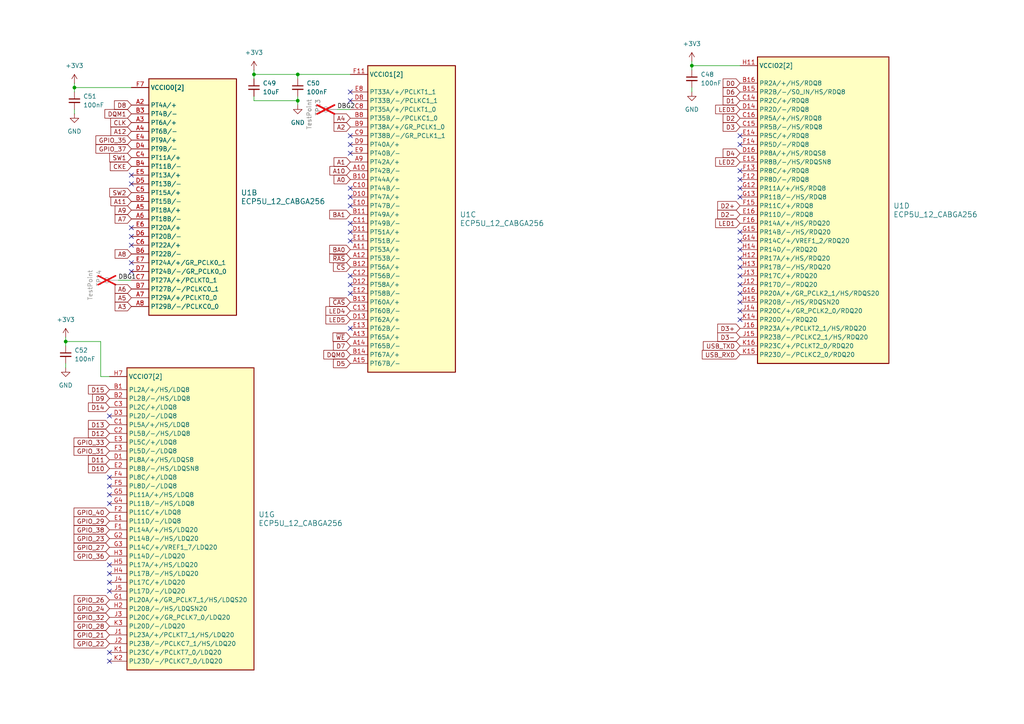
<source format=kicad_sch>
(kicad_sch (version 20250114) (generator "eeschema") (generator_version "9.0")
  (paper "A4")
  (title_block (title "Icepi zero") (date "2025-05-12") (rev "v1") (company "Chengyin Yao (cheyao)") (comment 1 "https://github.com/cheyao/icepi-zero"))
  (lib_symbols
    (symbol "Connector:TestPoint" (pin_numbers (hide yes)) (pin_names (offset 0.762) (hide yes))
      (property "Reference" "TP" (at 0 6.858 0))
      (property "Value" "TestPoint" (at 0 5.08 0))
      (symbol "TestPoint_0_1"
        (circle (center 0 3.302) (radius 0.762))
      )
      (symbol "TestPoint_1_1"
        (pin passive line (at 0 0 90) (length 2.54) (name "1") (number "1"))
      )
    )
    (symbol "Device:C_Small" (pin_numbers (hide yes)) (pin_names (offset 0.254) (hide yes))
      (property "Reference" "C" (at 0.254 1.778 0))
      (property "Value" "C_Small" (at 0.254 -2.032 0))
      (symbol "C_Small_0_1"
        (polyline (pts (xy -1.524 0.508) (xy 1.524 0.508)) (stroke (width 0.3048)))
        (polyline (pts (xy -1.524 -0.508) (xy 1.524 -0.508)) (stroke (width 0.3302)))
      )
      (symbol "C_Small_1_1"
        (pin passive line (at 0 2.54 270) (length 2.032) (name "~") (number "1"))
        (pin passive line (at 0 -2.54 90) (length 2.032) (name "~") (number "2"))
      )
    )
    (symbol "josh:ECP5U_12_CABGA256"
      (property "Reference" "U" (at -15.24 45.72 0))
      (property "Value" "ECP5U_12_CABGA256" (at 7.62 43.18 0))
      (symbol "ECP5U_12_CABGA256_1_1"
        (rectangle (start -7.62 7.62) (end 6.35 -7.62) (stroke (width 0.001)) (fill (type background)))
        (pin power_in line (at -12.7 5.08 0) (length 5.08) (name "VCC[6]") (number "G6"))
        (pin power_in line (at -12.7 5.08 0) (length 5.08) (name "VCC[6]") (number "G7"))
        (pin power_in line (at -12.7 5.08 0) (length 5.08) (name "VCC[6]") (number "G9"))
        (pin power_in line (at -12.7 5.08 0) (length 5.08) (name "VCC[6]") (number "L10"))
        (pin power_in line (at -12.7 5.08 0) (length 5.08) (name "VCC[6]") (number "L8"))
        (pin power_in line (at -12.7 5.08 0) (length 5.08) (name "VCC[6]") (number "L9"))
        (pin power_in line (at -12.7 2.54 0) (length 5.08) (name "VCCAUX[2]") (number "G11"))
        (pin power_in line (at -12.7 2.54 0) (length 5.08) (name "VCCAUX[2]") (number "L7"))
        (pin power_in line (at -12.7 -5.08 0) (length 5.08) (name "GND[27]") (number "A1"))
        (pin power_in line (at -12.7 -5.08 0) (length 5.08) (name "GND[27]") (number "A16"))
        (pin power_in line (at -12.7 -5.08 0) (length 5.08) (name "GND[27]") (number "D15"))
        (pin power_in line (at -12.7 -5.08 0) (length 5.08) (name "GND[27]") (number "D2"))
        (pin power_in line (at -12.7 -5.08 0) (length 5.08) (name "GND[27]") (number "F8"))
        (pin power_in line (at -12.7 -5.08 0) (length 5.08) (name "GND[27]") (number "F9"))
        (pin power_in line (at -12.7 -5.08 0) (length 5.08) (name "GND[27]") (number "G10"))
        (pin power_in line (at -12.7 -5.08 0) (length 5.08) (name "GND[27]") (number "G8"))
        (pin power_in line (at -12.7 -5.08 0) (length 5.08) (name "GND[27]") (number "H1"))
        (pin power_in line (at -12.7 -5.08 0) (length 5.08) (name "GND[27]") (number "H10"))
        (pin power_in line (at -12.7 -5.08 0) (length 5.08) (name "GND[27]") (number "H16"))
        (pin power_in line (at -12.7 -5.08 0) (length 5.08) (name "GND[27]") (number "H8"))
        (pin power_in line (at -12.7 -5.08 0) (length 5.08) (name "GND[27]") (number "H9"))
        (pin power_in line (at -12.7 -5.08 0) (length 5.08) (name "GND[27]") (number "J10"))
        (pin power_in line (at -12.7 -5.08 0) (length 5.08) (name "GND[27]") (number "J8"))
        (pin power_in line (at -12.7 -5.08 0) (length 5.08) (name "GND[27]") (number "J9"))
        (pin power_in line (at -12.7 -5.08 0) (length 5.08) (name "GND[27]") (number "K10"))
        (pin power_in line (at -12.7 -5.08 0) (length 5.08) (name "GND[27]") (number "K6"))
        (pin power_in line (at -12.7 -5.08 0) (length 5.08) (name "GND[27]") (number "K7"))
        (pin power_in line (at -12.7 -5.08 0) (length 5.08) (name "GND[27]") (number "K8"))
        (pin power_in line (at -12.7 -5.08 0) (length 5.08) (name "GND[27]") (number "K9"))
        (pin power_in line (at -12.7 -5.08 0) (length 5.08) (name "GND[27]") (number "N15"))
        (pin power_in line (at -12.7 -5.08 0) (length 5.08) (name "GND[27]") (number "N2"))
        (pin power_in line (at -12.7 -5.08 0) (length 5.08) (name "GND[27]") (number "T1"))
        (pin power_in line (at -12.7 -5.08 0) (length 5.08) (name "GND[27]") (number "T12"))
        (pin power_in line (at -12.7 -5.08 0) (length 5.08) (name "GND[27]") (number "T16"))
        (pin power_in line (at -12.7 -5.08 0) (length 5.08) (name "GND[27]") (number "T5"))
      )
      (symbol "ECP5U_12_CABGA256_2_1"
        (rectangle (start -16.51 40.64) (end 8.89 -27.94) (stroke (width 0.305)) (fill (type background)))
        (pin power_in line (at -21.59 38.1 0) (length 5.08) (name "VCCIO0[2]") (number "F6"))
        (pin power_in line (at -21.59 38.1 0) (length 5.08) (name "VCCIO0[2]") (number "F7"))
        (pin bidirectional line (at -21.59 33.02 0) (length 5.08) (name "PT4A/+") (number "A2"))
        (pin bidirectional line (at -21.59 30.48 0) (length 5.08) (name "PT4B/-") (number "B3"))
        (pin bidirectional line (at -21.59 27.94 0) (length 5.08) (name "PT6A/+") (number "A3"))
        (pin bidirectional line (at -21.59 25.4 0) (length 5.08) (name "PT6B/-") (number "A4"))
        (pin bidirectional line (at -21.59 22.86 0) (length 5.08) (name "PT9A/+") (number "E4"))
        (pin bidirectional line (at -21.59 20.32 0) (length 5.08) (name "PT9B/-") (number "D4"))
        (pin bidirectional line (at -21.59 17.78 0) (length 5.08) (name "PT11A/+") (number "C4"))
        (pin bidirectional line (at -21.59 15.24 0) (length 5.08) (name "PT11B/-") (number "B4"))
        (pin bidirectional line (at -21.59 12.7 0) (length 5.08) (name "PT13A/+") (number "E5"))
        (pin bidirectional line (at -21.59 10.16 0) (length 5.08) (name "PT13B/-") (number "D5"))
        (pin bidirectional line (at -21.59 7.62 0) (length 5.08) (name "PT15A/+") (number "C5"))
        (pin bidirectional line (at -21.59 5.08 0) (length 5.08) (name "PT15B/-") (number "B5"))
        (pin bidirectional line (at -21.59 2.54 0) (length 5.08) (name "PT18A/+") (number "A5"))
        (pin bidirectional line (at -21.59 0 0) (length 5.08) (name "PT18B/-") (number "A6"))
        (pin bidirectional line (at -21.59 -2.54 0) (length 5.08) (name "PT20A/+") (number "E6"))
        (pin bidirectional line (at -21.59 -5.08 0) (length 5.08) (name "PT20B/-") (number "D6"))
        (pin bidirectional line (at -21.59 -7.62 0) (length 5.08) (name "PT22A/+") (number "C6"))
        (pin bidirectional line (at -21.59 -10.16 0) (length 5.08) (name "PT22B/-") (number "B6"))
        (pin bidirectional line (at -21.59 -12.7 0) (length 5.08) (name "PT24A/+/GR_PCLK0_1") (number "E7"))
        (pin bidirectional line (at -21.59 -15.24 0) (length 5.08) (name "PT24B/-/GR_PCLK0_0") (number "D7"))
        (pin bidirectional line (at -21.59 -17.78 0) (length 5.08) (name "PT27A/+/PCLKT0_1") (number "C7"))
        (pin bidirectional line (at -21.59 -20.32 0) (length 5.08) (name "PT27B/-/PCLKC0_1") (number "B7"))
        (pin bidirectional line (at -21.59 -22.86 0) (length 5.08) (name "PT29A/+/PCLKT0_0") (number "A7"))
        (pin bidirectional line (at -21.59 -25.4 0) (length 5.08) (name "PT29B/-/PCLKC0_0") (number "A8"))
      )
      (symbol "ECP5U_12_CABGA256_3_1"
        (rectangle (start -16.51 40.64) (end 8.89 -48.26) (stroke (width 0.305)) (fill (type background)))
        (pin power_in line (at -21.59 38.1 0) (length 5.08) (name "VCCIO1[2]") (number "F10"))
        (pin power_in line (at -21.59 38.1 0) (length 5.08) (name "VCCIO1[2]") (number "F11"))
        (pin bidirectional line (at -21.59 33.02 0) (length 5.08) (name "PT33A/+/PCLKT1_1") (number "E8"))
        (pin bidirectional line (at -21.59 30.48 0) (length 5.08) (name "PT33B/-/PCLKC1_1") (number "D8"))
        (pin bidirectional line (at -21.59 27.94 0) (length 5.08) (name "PT35A/+/PCLKT1_0") (number "C8"))
        (pin bidirectional line (at -21.59 25.4 0) (length 5.08) (name "PT35B/-/PCLKC1_0") (number "B8"))
        (pin bidirectional line (at -21.59 22.86 0) (length 5.08) (name "PT38A/+/GR_PCLK1_0") (number "B9"))
        (pin bidirectional line (at -21.59 20.32 0) (length 5.08) (name "PT38B/-/GR_PCLK1_1") (number "C9"))
        (pin bidirectional line (at -21.59 17.78 0) (length 5.08) (name "PT40A/+") (number "D9"))
        (pin bidirectional line (at -21.59 15.24 0) (length 5.08) (name "PT40B/-") (number "E9"))
        (pin bidirectional line (at -21.59 12.7 0) (length 5.08) (name "PT42A/+") (number "A9"))
        (pin bidirectional line (at -21.59 10.16 0) (length 5.08) (name "PT42B/-") (number "A10"))
        (pin bidirectional line (at -21.59 7.62 0) (length 5.08) (name "PT44A/+") (number "B10"))
        (pin bidirectional line (at -21.59 5.08 0) (length 5.08) (name "PT44B/-") (number "C10"))
        (pin bidirectional line (at -21.59 2.54 0) (length 5.08) (name "PT47A/+") (number "D10"))
        (pin bidirectional line (at -21.59 0 0) (length 5.08) (name "PT47B/-") (number "E10"))
        (pin bidirectional line (at -21.59 -2.54 0) (length 5.08) (name "PT49A/+") (number "B11"))
        (pin bidirectional line (at -21.59 -5.08 0) (length 5.08) (name "PT49B/-") (number "C11"))
        (pin bidirectional line (at -21.59 -7.62 0) (length 5.08) (name "PT51A/+") (number "D11"))
        (pin bidirectional line (at -21.59 -10.16 0) (length 5.08) (name "PT51B/-") (number "E11"))
        (pin bidirectional line (at -21.59 -12.7 0) (length 5.08) (name "PT53A/+") (number "A11"))
        (pin bidirectional line (at -21.59 -15.24 0) (length 5.08) (name "PT53B/-") (number "A12"))
        (pin bidirectional line (at -21.59 -17.78 0) (length 5.08) (name "PT56A/+") (number "B12"))
        (pin bidirectional line (at -21.59 -20.32 0) (length 5.08) (name "PT56B/-") (number "C12"))
        (pin bidirectional line (at -21.59 -22.86 0) (length 5.08) (name "PT58A/+") (number "D12"))
        (pin bidirectional line (at -21.59 -25.4 0) (length 5.08) (name "PT58B/-") (number "E12"))
        (pin bidirectional line (at -21.59 -27.94 0) (length 5.08) (name "PT60A/+") (number "B13"))
        (pin bidirectional line (at -21.59 -30.48 0) (length 5.08) (name "PT60B/-") (number "C13"))
        (pin bidirectional line (at -21.59 -33.02 0) (length 5.08) (name "PT62A/+") (number "D13"))
        (pin bidirectional line (at -21.59 -35.56 0) (length 5.08) (name "PT62B/-") (number "E13"))
        (pin bidirectional line (at -21.59 -38.1 0) (length 5.08) (name "PT65A/+") (number "A13"))
        (pin bidirectional line (at -21.59 -40.64 0) (length 5.08) (name "PT65B/-") (number "A14"))
        (pin bidirectional line (at -21.59 -43.18 0) (length 5.08) (name "PT67A/+") (number "B14"))
        (pin bidirectional line (at -21.59 -45.72 0) (length 5.08) (name "PT67B/-") (number "A15"))
      )
      (symbol "ECP5U_12_CABGA256_4_1"
        (rectangle (start -16.51 40.64) (end 21.59 -48.26) (stroke (width 0.305)) (fill (type background)))
        (pin power_in line (at -21.59 38.1 0) (length 5.08) (name "VCCIO2[2]") (number "H11"))
        (pin power_in line (at -21.59 38.1 0) (length 5.08) (name "VCCIO2[2]") (number "J11"))
        (pin bidirectional line (at -21.59 33.02 0) (length 5.08) (name "PR2A/+/HS/RDQ8") (number "B16"))
        (pin bidirectional line (at -21.59 30.48 0) (length 5.08) (name "PR2B/-/S0_IN/HS/RDQ8") (number "B15"))
        (pin bidirectional line (at -21.59 27.94 0) (length 5.08) (name "PR2C/+/RDQ8") (number "C14"))
        (pin bidirectional line (at -21.59 25.4 0) (length 5.08) (name "PR2D/-/RDQ8") (number "D14"))
        (pin bidirectional line (at -21.59 22.86 0) (length 5.08) (name "PR5A/+/HS/RDQ8") (number "C16"))
        (pin bidirectional line (at -21.59 20.32 0) (length 5.08) (name "PR5B/-/HS/RDQ8") (number "C15"))
        (pin bidirectional line (at -21.59 17.78 0) (length 5.08) (name "PR5C/+/RDQ8") (number "E14"))
        (pin bidirectional line (at -21.59 15.24 0) (length 5.08) (name "PR5D/-/RDQ8") (number "F14"))
        (pin bidirectional line (at -21.59 12.7 0) (length 5.08) (name "PR8A/+/HS/RDQS8") (number "D16"))
        (pin bidirectional line (at -21.59 10.16 0) (length 5.08) (name "PR8B/-/HS/RDQSN8") (number "E15"))
        (pin bidirectional line (at -21.59 7.62 0) (length 5.08) (name "PR8C/+/RDQ8") (number "F13"))
        (pin bidirectional line (at -21.59 5.08 0) (length 5.08) (name "PR8D/-/RDQ8") (number "F12"))
        (pin bidirectional line (at -21.59 2.54 0) (length 5.08) (name "PR11A/+/HS/RDQ8") (number "G12"))
        (pin bidirectional line (at -21.59 0 0) (length 5.08) (name "PR11B/-/HS/RDQ8") (number "G13"))
        (pin bidirectional line (at -21.59 -2.54 0) (length 5.08) (name "PR11C/+/RDQ8") (number "F15"))
        (pin bidirectional line (at -21.59 -5.08 0) (length 5.08) (name "PR11D/-/RDQ8") (number "E16"))
        (pin bidirectional line (at -21.59 -7.62 0) (length 5.08) (name "PR14A/+/HS/RDQ20") (number "F16"))
        (pin bidirectional line (at -21.59 -10.16 0) (length 5.08) (name "PR14B/-/HS/RDQ20") (number "G15"))
        (pin bidirectional line (at -21.59 -12.7 0) (length 5.08) (name "PR14C/+/VREF1_2/RDQ20") (number "G14"))
        (pin bidirectional line (at -21.59 -15.24 0) (length 5.08) (name "PR14D/-/RDQ20") (number "H14"))
        (pin bidirectional line (at -21.59 -17.78 0) (length 5.08) (name "PR17A/+/HS/RDQ20") (number "H12"))
        (pin bidirectional line (at -21.59 -20.32 0) (length 5.08) (name "PR17B/-/HS/RDQ20") (number "H13"))
        (pin bidirectional line (at -21.59 -22.86 0) (length 5.08) (name "PR17C/+/RDQ20") (number "J13"))
        (pin bidirectional line (at -21.59 -25.4 0) (length 5.08) (name "PR17D/-/RDQ20") (number "J12"))
        (pin bidirectional line (at -21.59 -27.94 0) (length 5.08) (name "PR20A/+/GR_PCLK2_1/HS/RDQS20") (number "G16"))
        (pin bidirectional line (at -21.59 -30.48 0) (length 5.08) (name "PR20B/-/HS/RDQSN20") (number "H15"))
        (pin bidirectional line (at -21.59 -33.02 0) (length 5.08) (name "PR20C/+/GR_PCLK2_0/RDQ20") (number "J14"))
        (pin bidirectional line (at -21.59 -35.56 0) (length 5.08) (name "PR20D/-/RDQ20") (number "K14"))
        (pin bidirectional line (at -21.59 -38.1 0) (length 5.08) (name "PR23A/+/PCLKT2_1/HS/RDQ20") (number "J16"))
        (pin bidirectional line (at -21.59 -40.64 0) (length 5.08) (name "PR23B/-/PCLKC2_1/HS/RDQ20") (number "J15"))
        (pin bidirectional line (at -21.59 -43.18 0) (length 5.08) (name "PR23C/+/PCLKT2_0/RDQ20") (number "K16"))
        (pin bidirectional line (at -21.59 -45.72 0) (length 5.08) (name "PR23D/-/PCLKC2_0/RDQ20") (number "K15"))
      )
      (symbol "ECP5U_12_CABGA256_5_1"
        (rectangle (start -16.51 40.64) (end 19.05 -48.26) (stroke (width 0.305)) (fill (type background)))
        (pin power_in line (at -21.59 38.1 0) (length 5.08) (name "VCCIO3[2]") (number "K11"))
        (pin power_in line (at -21.59 38.1 0) (length 5.08) (name "VCCIO3[2]") (number "L11"))
        (pin bidirectional line (at -21.59 33.02 0) (length 5.08) (name "PR26A/+/PCLKT3_1/HS/RDQ32") (number "L16"))
        (pin bidirectional line (at -21.59 30.48 0) (length 5.08) (name "PR26B/-/PCLKC3_1/HS/RDQ32") (number "L15"))
        (pin bidirectional line (at -21.59 27.94 0) (length 5.08) (name "PR26C/+/PCLKT3_0/RDQ32") (number "M16"))
        (pin bidirectional line (at -21.59 25.4 0) (length 5.08) (name "PR26D/-/PCLKC3_0/RDQ32") (number "M15"))
        (pin bidirectional line (at -21.59 22.86 0) (length 5.08) (name "PR29A/+/GR_PCLK3_0/HS/RDQ32") (number "K13"))
        (pin bidirectional line (at -21.59 20.32 0) (length 5.08) (name "PR29B/-/HS/RDQ32") (number "K12"))
        (pin bidirectional line (at -21.59 17.78 0) (length 5.08) (name "PR29C/+/GR_PCLK3_1/RDQ32") (number "L13"))
        (pin bidirectional line (at -21.59 15.24 0) (length 5.08) (name "PR29D/-/RDQ32") (number "L12"))
        (pin bidirectional line (at -21.59 12.7 0) (length 5.08) (name "PR32A/+/HS/RDQS32") (number "N16"))
        (pin bidirectional line (at -21.59 10.16 0) (length 5.08) (name "PR32B/-/HS/RDQSN32") (number "P15"))
        (pin bidirectional line (at -21.59 7.62 0) (length 5.08) (name "PR32C/+/RDQ32") (number "L14"))
        (pin bidirectional line (at -21.59 5.08 0) (length 5.08) (name "PR32D/-/RDQ32") (number "M14"))
        (pin bidirectional line (at -21.59 2.54 0) (length 5.08) (name "PR35A/+/HS/RDQ32") (number "P16"))
        (pin bidirectional line (at -21.59 0 0) (length 5.08) (name "PR35B/-/VREF1_3/HS/RDQ32") (number "R16"))
        (pin bidirectional line (at -21.59 -2.54 0) (length 5.08) (name "PR35C/+/RDQ32") (number "M13"))
        (pin bidirectional line (at -21.59 -5.08 0) (length 5.08) (name "PR35D/-/RDQ32") (number "N14"))
        (pin bidirectional line (at -21.59 -7.62 0) (length 5.08) (name "PR38A/+/HS/RDQ44") (number "N13"))
        (pin bidirectional line (at -21.59 -10.16 0) (length 5.08) (name "PR38B/-/HS/RDQ44") (number "P14"))
        (pin bidirectional line (at -21.59 -12.7 0) (length 5.08) (name "PR38C/+/RDQ44") (number "R15"))
        (pin bidirectional line (at -21.59 -15.24 0) (length 5.08) (name "PR38D/-/RDQ44") (number "T15"))
        (pin bidirectional line (at -21.59 -17.78 0) (length 5.08) (name "PR41A/+/HS/RDQ44") (number "P13"))
        (pin bidirectional line (at -21.59 -20.32 0) (length 5.08) (name "PR41B/-/HS/RDQ44") (number "R14"))
        (pin bidirectional line (at -21.59 -22.86 0) (length 5.08) (name "PR41C/+/RDQ44") (number "R13"))
        (pin bidirectional line (at -21.59 -25.4 0) (length 5.08) (name "PR41D/-/RDQ44") (number "T14"))
        (pin bidirectional line (at -21.59 -27.94 0) (length 5.08) (name "PR44A/+/HS/RDQS44") (number "R12"))
        (pin bidirectional line (at -21.59 -30.48 0) (length 5.08) (name "PR44B/-/HS/RDQSN44") (number "T13"))
        (pin bidirectional line (at -21.59 -33.02 0) (length 5.08) (name "PR44C/+/RDQ44") (number "M12"))
        (pin bidirectional line (at -21.59 -35.56 0) (length 5.08) (name "PR44D/-/RDQ44") (number "N12"))
        (pin bidirectional line (at -21.59 -38.1 0) (length 5.08) (name "PR47A/+/HS/RDQ44") (number "M11"))
        (pin bidirectional line (at -21.59 -40.64 0) (length 5.08) (name "PR47B/-/HS/RDQ44") (number "N11"))
        (pin bidirectional line (at -21.59 -43.18 0) (length 5.08) (name "PR47C/+/LRC_GPLL0T_IN/RDQ44") (number "P11"))
        (pin bidirectional line (at -21.59 -45.72 0) (length 5.08) (name "PR47D/-/LRC_GPLL0C_IN/RDQ44") (number "P12"))
      )
      (symbol "ECP5U_12_CABGA256_6_1"
        (rectangle (start -16.51 40.64) (end 19.05 -48.26) (stroke (width 0.305)) (fill (type background)))
        (pin power_in line (at -21.59 38.1 0) (length 5.08) (name "VCCIO6[2]") (number "J6"))
        (pin power_in line (at -21.59 38.1 0) (length 5.08) (name "VCCIO6[2]") (number "J7"))
        (pin bidirectional line (at -21.59 33.02 0) (length 5.08) (name "PL26A/+/PCLKT6_1/HS/LDQ32") (number "L1"))
        (pin bidirectional line (at -21.59 30.48 0) (length 5.08) (name "PL26B/-/PCLKC6_1/HS/LDQ32") (number "L2"))
        (pin bidirectional line (at -21.59 27.94 0) (length 5.08) (name "PL26C/+/PCLKT6_0/LDQ32") (number "M1"))
        (pin bidirectional line (at -21.59 25.4 0) (length 5.08) (name "PL26D/-/PCLKC6_0/LDQ32") (number "M2"))
        (pin bidirectional line (at -21.59 22.86 0) (length 5.08) (name "PL29A/+/GR_PCLK6_0/HS/LDQ32") (number "K4"))
        (pin bidirectional line (at -21.59 20.32 0) (length 5.08) (name "PL29B/-/HS/LDQ32") (number "K5"))
        (pin bidirectional line (at -21.59 17.78 0) (length 5.08) (name "PL29C/+/GR_PCLK6_1/LDQ32") (number "L4"))
        (pin bidirectional line (at -21.59 15.24 0) (length 5.08) (name "PL29D/-/LDQ32") (number "L5"))
        (pin bidirectional line (at -21.59 12.7 0) (length 5.08) (name "PL32A/+/HS/LDQS32") (number "N1"))
        (pin bidirectional line (at -21.59 10.16 0) (length 5.08) (name "PL32B/-/HS/LDQSN32") (number "P2"))
        (pin bidirectional line (at -21.59 7.62 0) (length 5.08) (name "PL32C/+/LDQ32") (number "L3"))
        (pin bidirectional line (at -21.59 5.08 0) (length 5.08) (name "PL32D/-/LDQ32") (number "M3"))
        (pin bidirectional line (at -21.59 2.54 0) (length 5.08) (name "PL35A/+/HS/LDQ32") (number "P1"))
        (pin bidirectional line (at -21.59 0 0) (length 5.08) (name "PL35B/-/VREF1_6/HS/LDQ32") (number "R1"))
        (pin bidirectional line (at -21.59 -2.54 0) (length 5.08) (name "PL35C/+/LDQ32") (number "M4"))
        (pin bidirectional line (at -21.59 -5.08 0) (length 5.08) (name "PL35D/-/LDQ32") (number "N3"))
        (pin bidirectional line (at -21.59 -7.62 0) (length 5.08) (name "PL38A/+/HS/LDQ44") (number "N4"))
        (pin bidirectional line (at -21.59 -10.16 0) (length 5.08) (name "PL38B/-/HS/LDQ44") (number "P3"))
        (pin bidirectional line (at -21.59 -12.7 0) (length 5.08) (name "PL38C/+/LDQ44") (number "R2"))
        (pin bidirectional line (at -21.59 -15.24 0) (length 5.08) (name "PL38D/-/LDQ44") (number "T2"))
        (pin bidirectional line (at -21.59 -17.78 0) (length 5.08) (name "PL41A/+/HS/LDQ44") (number "P4"))
        (pin bidirectional line (at -21.59 -20.32 0) (length 5.08) (name "PL41B/-/HS/LDQ44") (number "R3"))
        (pin bidirectional line (at -21.59 -22.86 0) (length 5.08) (name "PL41C/+/LDQ44") (number "R4"))
        (pin bidirectional line (at -21.59 -25.4 0) (length 5.08) (name "PL41D/-/LDQ44") (number "T3"))
        (pin bidirectional line (at -21.59 -27.94 0) (length 5.08) (name "PL44A/+/HS/LDQS44") (number "R5"))
        (pin bidirectional line (at -21.59 -30.48 0) (length 5.08) (name "PL44B/-/HS/LDQSN44") (number "T4"))
        (pin bidirectional line (at -21.59 -33.02 0) (length 5.08) (name "PL44C/+/LDQ44") (number "M5"))
        (pin bidirectional line (at -21.59 -35.56 0) (length 5.08) (name "PL44D/-/LDQ44") (number "N5"))
        (pin bidirectional line (at -21.59 -38.1 0) (length 5.08) (name "PL47A/+/HS/LDQ44") (number "M6"))
        (pin bidirectional line (at -21.59 -40.64 0) (length 5.08) (name "PL47B/-/HS/LDQ44") (number "N6"))
        (pin bidirectional line (at -21.59 -43.18 0) (length 5.08) (name "PL47C/+/LLC_GPLL0T_IN/LDQ44") (number "P6"))
        (pin bidirectional line (at -21.59 -45.72 0) (length 5.08) (name "PL47D/-/LLC_GPLL0C_IN/LDQ44") (number "P5"))
      )
      (symbol "ECP5U_12_CABGA256_7_1"
        (rectangle (start -16.51 40.64) (end 20.32 -46.99) (stroke (width 0.305)) (fill (type background)))
        (pin power_in line (at -21.59 38.1 0) (length 5.08) (name "VCCIO7[2]") (number "H6"))
        (pin power_in line (at -21.59 38.1 0) (length 5.08) (name "VCCIO7[2]") (number "H7"))
        (pin bidirectional line (at -21.59 34.29 0) (length 5.08) (name "PL2A/+/HS/LDQ8") (number "B1"))
        (pin bidirectional line (at -21.59 31.75 0) (length 5.08) (name "PL2B/-/HS/LDQ8") (number "B2"))
        (pin bidirectional line (at -21.59 29.21 0) (length 5.08) (name "PL2C/+/LDQ8") (number "C3"))
        (pin bidirectional line (at -21.59 26.67 0) (length 5.08) (name "PL2D/-/LDQ8") (number "D3"))
        (pin bidirectional line (at -21.59 24.13 0) (length 5.08) (name "PL5A/+/HS/LDQ8") (number "C1"))
        (pin bidirectional line (at -21.59 21.59 0) (length 5.08) (name "PL5B/-/HS/LDQ8") (number "C2"))
        (pin bidirectional line (at -21.59 19.05 0) (length 5.08) (name "PL5C/+/LDQ8") (number "E3"))
        (pin bidirectional line (at -21.59 16.51 0) (length 5.08) (name "PL5D/-/LDQ8") (number "F3"))
        (pin bidirectional line (at -21.59 13.97 0) (length 5.08) (name "PL8A/+/HS/LDQS8") (number "D1"))
        (pin bidirectional line (at -21.59 11.43 0) (length 5.08) (name "PL8B/-/HS/LDQSN8") (number "E2"))
        (pin bidirectional line (at -21.59 8.89 0) (length 5.08) (name "PL8C/+/LDQ8") (number "F4"))
        (pin bidirectional line (at -21.59 6.35 0) (length 5.08) (name "PL8D/-/LDQ8") (number "F5"))
        (pin bidirectional line (at -21.59 3.81 0) (length 5.08) (name "PL11A/+/HS/LDQ8") (number "G5"))
        (pin bidirectional line (at -21.59 1.27 0) (length 5.08) (name "PL11B/-/HS/LDQ8") (number "G4"))
        (pin bidirectional line (at -21.59 -1.27 0) (length 5.08) (name "PL11C/+/LDQ8") (number "F2"))
        (pin bidirectional line (at -21.59 -3.81 0) (length 5.08) (name "PL11D/-/LDQ8") (number "E1"))
        (pin bidirectional line (at -21.59 -6.35 0) (length 5.08) (name "PL14A/+/HS/LDQ20") (number "F1"))
        (pin bidirectional line (at -21.59 -8.89 0) (length 5.08) (name "PL14B/-/HS/LDQ20") (number "G2"))
        (pin bidirectional line (at -21.59 -11.43 0) (length 5.08) (name "PL14C/+/VREF1_7/LDQ20") (number "G3"))
        (pin bidirectional line (at -21.59 -13.97 0) (length 5.08) (name "PL14D/-/LDQ20") (number "H3"))
        (pin bidirectional line (at -21.59 -16.51 0) (length 5.08) (name "PL17A/+/HS/LDQ20") (number "H5"))
        (pin bidirectional line (at -21.59 -19.05 0) (length 5.08) (name "PL17B/-/HS/LDQ20") (number "H4"))
        (pin bidirectional line (at -21.59 -21.59 0) (length 5.08) (name "PL17C/+/LDQ20") (number "J4"))
        (pin bidirectional line (at -21.59 -24.13 0) (length 5.08) (name "PL17D/-/LDQ20") (number "J5"))
        (pin bidirectional line (at -21.59 -26.67 0) (length 5.08) (name "PL20A/+/GR_PCLK7_1/HS/LDQS20") (number "G1"))
        (pin bidirectional line (at -21.59 -29.21 0) (length 5.08) (name "PL20B/-/HS/LDQSN20") (number "H2"))
        (pin bidirectional line (at -21.59 -31.75 0) (length 5.08) (name "PL20C/+/GR_PCLK7_0/LDQ20") (number "J3"))
        (pin bidirectional line (at -21.59 -34.29 0) (length 5.08) (name "PL20D/-/LDQ20") (number "K3"))
        (pin bidirectional line (at -21.59 -36.83 0) (length 5.08) (name "PL23A/+/PCLKT7_1/HS/LDQ20") (number "J1"))
        (pin bidirectional line (at -21.59 -39.37 0) (length 5.08) (name "PL23B/-/PCLKC7_1/HS/LDQ20") (number "J2"))
        (pin bidirectional line (at -21.59 -41.91 0) (length 5.08) (name "PL23C/+/PCLKT7_0/LDQ20") (number "K1"))
        (pin bidirectional line (at -21.59 -44.45 0) (length 5.08) (name "PL23D/-/PCLKC7_0/LDQ20") (number "K2"))
      )
      (symbol "ECP5U_12_CABGA256_8_1"
        (rectangle (start -16.51 40.64) (end 25.4 -17.78) (stroke (width 0.305)) (fill (type background)))
        (pin power_in line (at -21.59 38.1 0) (length 5.08) (name "VCCIO8") (number "L6"))
        (pin bidirectional line (at -21.59 33.02 0) (length 5.08) (name "CCLK/MCLK/SCK") (number "N9"))
        (pin bidirectional line (at -21.59 30.48 0) (length 5.08) (name "CFG_0") (number "N10"))
        (pin bidirectional line (at -21.59 27.94 0) (length 5.08) (name "CFG_1") (number "P10"))
        (pin bidirectional line (at -21.59 25.4 0) (length 5.08) (name "CFG_2") (number "R10"))
        (pin bidirectional line (at -21.59 22.86 0) (length 5.08) (name "DONE") (number "P9"))
        (pin bidirectional line (at -21.59 20.32 0) (length 5.08) (name "INITN") (number "T9"))
        (pin bidirectional line (at -21.59 17.78 0) (length 5.08) (name "PB4A/+/D7/IO7") (number "T6"))
        (pin bidirectional line (at -21.59 15.24 0) (length 5.08) (name "PB4B/-/D6/IO6") (number "R6"))
        (pin bidirectional line (at -21.59 12.7 0) (length 5.08) (name "PB6A/+/D5/MISO2/IO5") (number "R7"))
        (pin bidirectional line (at -21.59 10.16 0) (length 5.08) (name "PB6B/-/D4/MOSI2/IO4") (number "P7"))
        (pin bidirectional line (at -21.59 7.62 0) (length 5.08) (name "PB9A/+/D3/IO3") (number "N7"))
        (pin bidirectional line (at -21.59 5.08 0) (length 5.08) (name "PB9B/-/D2/IO2") (number "M7"))
        (pin bidirectional line (at -21.59 2.54 0) (length 5.08) (name "PB11A/+/D1/MISO/IO1") (number "T7"))
        (pin bidirectional line (at -21.59 0 0) (length 5.08) (name "PB11B/-/D0/MOSI/IO0") (number "T8"))
        (pin bidirectional line (at -21.59 -2.54 0) (length 5.08) (name "PB13A/+/SN/CSN") (number "R8"))
        (pin bidirectional line (at -21.59 -5.08 0) (length 5.08) (name "PB13B/-/CS1N") (number "P8"))
        (pin bidirectional line (at -21.59 -7.62 0) (length 5.08) (name "PB15A/+/HOLDN/DI/BUSY/CSSPIN/CEN") (number "N8"))
        (pin bidirectional line (at -21.59 -10.16 0) (length 5.08) (name "PB15B/-/DOUT/CSON") (number "M8"))
        (pin bidirectional line (at -21.59 -12.7 0) (length 5.08) (name "PB18A/WRITEN") (number "M9"))
        (pin bidirectional line (at -21.59 -15.24 0) (length 5.08) (name "PROGRAMN") (number "R9"))
      )
      (symbol "ECP5U_12_CABGA256_9_1"
        (rectangle (start -2.54 6.35) (end 5.08 -6.35) (stroke (width 0.305)) (fill (type background)))
        (pin bidirectional line (at -7.62 3.81 0) (length 5.08) (name "TCK") (number "T10"))
        (pin bidirectional line (at -7.62 1.27 0) (length 5.08) (name "TDI") (number "R11"))
        (pin bidirectional line (at -7.62 -1.27 0) (length 5.08) (name "TDO") (number "M10"))
        (pin bidirectional line (at -7.62 -3.81 0) (length 5.08) (name "TMS") (number "T11"))
      )
    )
    (symbol "power:+3V3" (power) (pin_numbers (hide yes)) (pin_names (offset 0) (hide yes))
      (property "Value" "+3V3" (at 0 3.556 0))
      (symbol "+3V3_0_1"
        (polyline (pts (xy -0.762 1.27) (xy 0 2.54)))
        (polyline (pts (xy 0 2.54) (xy 0.762 1.27)))
        (polyline (pts (xy 0 0) (xy 0 2.54)))
      )
      (symbol "+3V3_1_1"
        (pin power_in line (at 0 0 90) (length 0) (name "~") (number "1"))
      )
    )
    (symbol "power:GND" (power) (pin_numbers (hide yes)) (pin_names (offset 0) (hide yes))
      (property "Value" "GND" (at 0 -3.81 0))
      (symbol "GND_0_1"
        (polyline (pts (xy 0 0) (xy 0 -1.27) (xy 1.27 -1.27) (xy 0 -2.54) (xy -1.27 -1.27) (xy 0 -1.27)))
      )
      (symbol "GND_1_1"
        (pin power_in line (at 0 0 270) (length 0) (name "~") (number "1"))
      )
    )
  )
  (junction (at 21.59 25.4))
  (junction (at 86.36 21.59))
  (junction (at 200.66 19.05))
  (junction (at 19.05 99.06))
  (junction (at 73.66 21.59))
  (junction (at 86.36 29.21))
  (no_connect (at 31.75 189.23))
  (no_connect (at 214.63 52.07))
  (no_connect (at 101.6 57.15))
  (no_connect (at 31.75 146.05))
  (no_connect (at 214.63 49.53))
  (no_connect (at 101.6 69.85))
  (no_connect (at 214.63 41.91))
  (no_connect (at 31.75 138.43))
  (no_connect (at 101.6 82.55))
  (no_connect (at 101.6 67.31))
  (no_connect (at 38.1 66.04))
  (no_connect (at 214.63 82.55))
  (no_connect (at 214.63 54.61))
  (no_connect (at 31.75 171.45))
  (no_connect (at 101.6 80.01))
  (no_connect (at 214.63 67.31))
  (no_connect (at 214.63 85.09))
  (no_connect (at 31.75 163.83))
  (no_connect (at 214.63 77.47))
  (no_connect (at 38.1 50.8))
  (no_connect (at 101.6 59.69))
  (no_connect (at 101.6 95.25))
  (no_connect (at 31.75 140.97))
  (no_connect (at 101.6 29.21))
  (no_connect (at 101.6 26.67))
  (no_connect (at 31.75 191.77))
  (no_connect (at 214.63 80.01))
  (no_connect (at 101.6 44.45))
  (no_connect (at 214.63 57.15))
  (no_connect (at 101.6 85.09))
  (no_connect (at 31.75 166.37))
  (no_connect (at 101.6 54.61))
  (no_connect (at 38.1 53.34))
  (no_connect (at 101.6 64.77))
  (no_connect (at 214.63 74.93))
  (no_connect (at 38.1 68.58))
  (no_connect (at 31.75 120.65))
  (no_connect (at 38.1 71.12))
  (no_connect (at 214.63 39.37))
  (no_connect (at 101.6 39.37))
  (no_connect (at 38.1 76.2))
  (no_connect (at 214.63 87.63))
  (no_connect (at 38.1 78.74))
  (no_connect (at 101.6 41.91))
  (no_connect (at 214.63 92.71))
  (no_connect (at 31.75 168.91))
  (no_connect (at 214.63 69.85))
  (no_connect (at 214.63 72.39))
  (no_connect (at 31.75 143.51))
  (no_connect (at 214.63 90.17))
  (wire (pts (xy 86.36 30.48) (xy 86.36 29.21)))
  (wire (pts (xy 19.05 97.79) (xy 19.05 99.06)))
  (wire (pts (xy 200.66 25.4) (xy 200.66 26.67)))
  (wire (pts (xy 73.66 21.59) (xy 86.36 21.59)))
  (wire (pts (xy 200.66 19.05) (xy 200.66 20.32)))
  (wire (pts (xy 73.66 21.59) (xy 73.66 22.86)))
  (wire (pts (xy 29.21 109.22) (xy 31.75 109.22)))
  (wire (pts (xy 19.05 106.68) (xy 19.05 105.41)))
  (wire (pts (xy 73.66 29.21) (xy 86.36 29.21)))
  (wire (pts (xy 21.59 25.4) (xy 38.1 25.4)))
  (wire (pts (xy 19.05 99.06) (xy 29.21 99.06)))
  (wire (pts (xy 29.21 99.06) (xy 29.21 109.22)))
  (wire (pts (xy 86.36 21.59) (xy 101.6 21.59)))
  (wire (pts (xy 73.66 20.32) (xy 73.66 21.59)))
  (wire (pts (xy 200.66 17.78) (xy 200.66 19.05)))
  (wire (pts (xy 73.66 29.21) (xy 73.66 27.94)))
  (wire (pts (xy 86.36 21.59) (xy 86.36 22.86)))
  (wire (pts (xy 21.59 25.4) (xy 21.59 26.67)))
  (wire (pts (xy 200.66 19.05) (xy 214.63 19.05)))
  (wire (pts (xy 21.59 24.13) (xy 21.59 25.4)))
  (wire (pts (xy 97.79 31.75) (xy 101.6 31.75)))
  (wire (pts (xy 21.59 31.75) (xy 21.59 33.02)))
  (wire (pts (xy 86.36 27.94) (xy 86.36 29.21)))
  (wire (pts (xy 34.29 81.28) (xy 38.1 81.28)))
  (wire (pts (xy 19.05 99.06) (xy 19.05 100.33)))
  (label "DBG1" (at 34.29 81.28 0))
  (label "DBG2" (at 97.79 31.75 0))
  (global_label "GPIO_22" (shape input) (at 31.75 186.69 180) (property "Intersheetrefs" "${INTERSHEET_REFS}" (effects (hide yes))))
  (global_label "GPIO_28" (shape input) (at 31.75 181.61 180) (property "Intersheetrefs" "${INTERSHEET_REFS}" (effects (hide yes))))
  (global_label "A3" (shape input) (at 38.1 88.9 180) (property "Intersheetrefs" "${INTERSHEET_REFS}" (effects (hide yes))))
  (global_label "A2" (shape input) (at 101.6 36.83 180) (property "Intersheetrefs" "${INTERSHEET_REFS}" (effects (hide yes))))
  (global_label "D12" (shape input) (at 31.75 125.73 180) (property "Intersheetrefs" "${INTERSHEET_REFS}" (effects (hide yes))))
  (global_label "D5" (shape input) (at 101.6 105.41 180) (property "Intersheetrefs" "${INTERSHEET_REFS}" (effects (hide yes))))
  (global_label "A11" (shape input) (at 38.1 58.42 180) (property "Intersheetrefs" "${INTERSHEET_REFS}" (effects (hide yes))))
  (global_label "GPIO_31" (shape input) (at 31.75 130.81 180) (property "Intersheetrefs" "${INTERSHEET_REFS}" (effects (hide yes))))
  (global_label "GPIO_36" (shape input) (at 31.75 161.29 180) (property "Intersheetrefs" "${INTERSHEET_REFS}" (effects (hide yes))))
  (global_label "GPIO_37" (shape input) (at 38.1 43.18 180) (property "Intersheetrefs" "${INTERSHEET_REFS}" (effects (hide yes))))
  (global_label "GPIO_23" (shape input) (at 31.75 156.21 180) (property "Intersheetrefs" "${INTERSHEET_REFS}" (effects (hide yes))))
  (global_label "GPIO_33" (shape input) (at 31.75 128.27 180) (property "Intersheetrefs" "${INTERSHEET_REFS}" (effects (hide yes))))
  (global_label "USB_TXD" (shape input) (at 214.63 100.33 180) (property "Intersheetrefs" "${INTERSHEET_REFS}" (effects (hide yes))))
  (global_label "D6" (shape input) (at 214.63 26.67 180) (property "Intersheetrefs" "${INTERSHEET_REFS}" (effects (hide yes))))
  (global_label "A6" (shape input) (at 38.1 83.82 180) (property "Intersheetrefs" "${INTERSHEET_REFS}" (effects (hide yes))))
  (global_label "D3+" (shape input) (at 214.63 95.25 180) (property "Intersheetrefs" "${INTERSHEET_REFS}" (effects (hide yes))))
  (global_label "D13" (shape input) (at 31.75 123.19 180) (property "Intersheetrefs" "${INTERSHEET_REFS}" (effects (hide yes))))
  (global_label "A12" (shape input) (at 38.1 38.1 180) (property "Intersheetrefs" "${INTERSHEET_REFS}" (effects (hide yes))))
  (global_label "D8" (shape input) (at 38.1 30.48 180) (property "Intersheetrefs" "${INTERSHEET_REFS}" (effects (hide yes))))
  (global_label "D10" (shape input) (at 31.75 135.89 180) (property "Intersheetrefs" "${INTERSHEET_REFS}" (effects (hide yes))))
  (global_label "A9" (shape input) (at 38.1 60.96 180) (property "Intersheetrefs" "${INTERSHEET_REFS}" (effects (hide yes))))
  (global_label "GPIO_29" (shape input) (at 31.75 151.13 180) (property "Intersheetrefs" "${INTERSHEET_REFS}" (effects (hide yes))))
  (global_label "A8" (shape input) (at 38.1 73.66 180) (property "Intersheetrefs" "${INTERSHEET_REFS}" (effects (hide yes))))
  (global_label "A10" (shape input) (at 101.6 49.53 180) (property "Intersheetrefs" "${INTERSHEET_REFS}" (effects (hide yes))))
  (global_label "DQM0" (shape input) (at 101.6 102.87 180) (property "Intersheetrefs" "${INTERSHEET_REFS}" (effects (hide yes))))
  (global_label "GPIO_35" (shape input) (at 38.1 40.64 180) (property "Intersheetrefs" "${INTERSHEET_REFS}" (effects (hide yes))))
  (global_label "GPIO_24" (shape input) (at 31.75 176.53 180) (property "Intersheetrefs" "${INTERSHEET_REFS}" (effects (hide yes))))
  (global_label "D3" (shape input) (at 214.63 36.83 180) (property "Intersheetrefs" "${INTERSHEET_REFS}" (effects (hide yes))))
  (global_label "D14" (shape input) (at 31.75 118.11 180) (property "Intersheetrefs" "${INTERSHEET_REFS}" (effects (hide yes))))
  (global_label "LED3" (shape input) (at 214.63 31.75 180) (property "Intersheetrefs" "${INTERSHEET_REFS}" (effects (hide yes))))
  (global_label "~{WE}" (shape input) (at 101.6 97.79 180) (property "Intersheetrefs" "${INTERSHEET_REFS}" (effects (hide yes))))
  (global_label "D3-" (shape input) (at 214.63 97.79 180) (property "Intersheetrefs" "${INTERSHEET_REFS}" (effects (hide yes))))
  (global_label "D15" (shape input) (at 31.75 113.03 180) (property "Intersheetrefs" "${INTERSHEET_REFS}" (effects (hide yes))))
  (global_label "A1" (shape input) (at 101.6 46.99 180) (property "Intersheetrefs" "${INTERSHEET_REFS}" (effects (hide yes))))
  (global_label "LED2" (shape input) (at 214.63 46.99 180) (property "Intersheetrefs" "${INTERSHEET_REFS}" (effects (hide yes))))
  (global_label "GPIO_38" (shape input) (at 31.75 153.67 180) (property "Intersheetrefs" "${INTERSHEET_REFS}" (effects (hide yes))))
  (global_label "A0" (shape input) (at 101.6 52.07 180) (property "Intersheetrefs" "${INTERSHEET_REFS}" (effects (hide yes))))
  (global_label "~{CS}" (shape input) (at 101.6 77.47 180) (property "Intersheetrefs" "${INTERSHEET_REFS}" (effects (hide yes))))
  (global_label "LED5" (shape input) (at 101.6 92.71 180) (property "Intersheetrefs" "${INTERSHEET_REFS}" (effects (hide yes))))
  (global_label "D9" (shape input) (at 31.75 115.57 180) (property "Intersheetrefs" "${INTERSHEET_REFS}" (effects (hide yes))))
  (global_label "D2-" (shape input) (at 214.63 62.23 180) (property "Intersheetrefs" "${INTERSHEET_REFS}" (effects (hide yes))))
  (global_label "SW1" (shape input) (at 38.1 45.72 180) (property "Intersheetrefs" "${INTERSHEET_REFS}" (effects (hide yes))))
  (global_label "CKE" (shape input) (at 38.1 48.26 180) (property "Intersheetrefs" "${INTERSHEET_REFS}" (effects (hide yes))))
  (global_label "LED1" (shape input) (at 214.63 64.77 180) (property "Intersheetrefs" "${INTERSHEET_REFS}" (effects (hide yes))))
  (global_label "GPIO_26" (shape input) (at 31.75 173.99 180) (property "Intersheetrefs" "${INTERSHEET_REFS}" (effects (hide yes))))
  (global_label "USB_RXD" (shape input) (at 214.63 102.87 180) (property "Intersheetrefs" "${INTERSHEET_REFS}" (effects (hide yes))))
  (global_label "D7" (shape input) (at 101.6 100.33 180) (property "Intersheetrefs" "${INTERSHEET_REFS}" (effects (hide yes))))
  (global_label "BA0" (shape input) (at 101.6 72.39 180) (property "Intersheetrefs" "${INTERSHEET_REFS}" (effects (hide yes))))
  (global_label "~{RAS}" (shape input) (at 101.6 74.93 180) (property "Intersheetrefs" "${INTERSHEET_REFS}" (effects (hide yes))))
  (global_label "D1" (shape input) (at 214.63 29.21 180) (property "Intersheetrefs" "${INTERSHEET_REFS}" (effects (hide yes))))
  (global_label "D2+" (shape input) (at 214.63 59.69 180) (property "Intersheetrefs" "${INTERSHEET_REFS}" (effects (hide yes))))
  (global_label "A7" (shape input) (at 38.1 63.5 180) (property "Intersheetrefs" "${INTERSHEET_REFS}" (effects (hide yes))))
  (global_label "D2" (shape input) (at 214.63 34.29 180) (property "Intersheetrefs" "${INTERSHEET_REFS}" (effects (hide yes))))
  (global_label "BA1" (shape input) (at 101.6 62.23 180) (property "Intersheetrefs" "${INTERSHEET_REFS}" (effects (hide yes))))
  (global_label "~{CAS}" (shape input) (at 101.6 87.63 180) (property "Intersheetrefs" "${INTERSHEET_REFS}" (effects (hide yes))))
  (global_label "A5" (shape input) (at 38.1 86.36 180) (property "Intersheetrefs" "${INTERSHEET_REFS}" (effects (hide yes))))
  (global_label "D4" (shape input) (at 214.63 44.45 180) (property "Intersheetrefs" "${INTERSHEET_REFS}" (effects (hide yes))))
  (global_label "GPIO_32" (shape input) (at 31.75 179.07 180) (property "Intersheetrefs" "${INTERSHEET_REFS}" (effects (hide yes))))
  (global_label "D11" (shape input) (at 31.75 133.35 180) (property "Intersheetrefs" "${INTERSHEET_REFS}" (effects (hide yes))))
  (global_label "GPIO_21" (shape input) (at 31.75 184.15 180) (property "Intersheetrefs" "${INTERSHEET_REFS}" (effects (hide yes))))
  (global_label "GPIO_27" (shape input) (at 31.75 158.75 180) (property "Intersheetrefs" "${INTERSHEET_REFS}" (effects (hide yes))))
  (global_label "DQM1" (shape input) (at 38.1 33.02 180) (property "Intersheetrefs" "${INTERSHEET_REFS}" (effects (hide yes))))
  (global_label "CLK" (shape input) (at 38.1 35.56 180) (property "Intersheetrefs" "${INTERSHEET_REFS}" (effects (hide yes))))
  (global_label "SW2" (shape input) (at 38.1 55.88 180) (property "Intersheetrefs" "${INTERSHEET_REFS}" (effects (hide yes))))
  (global_label "LED4" (shape input) (at 101.6 90.17 180) (property "Intersheetrefs" "${INTERSHEET_REFS}" (effects (hide yes))))
  (global_label "GPIO_40" (shape input) (at 31.75 148.59 180) (property "Intersheetrefs" "${INTERSHEET_REFS}" (effects (hide yes))))
  (global_label "A4" (shape input) (at 101.6 34.29 180) (property "Intersheetrefs" "${INTERSHEET_REFS}" (effects (hide yes))))
  (global_label "D0" (shape input) (at 214.63 24.13 180) (property "Intersheetrefs" "${INTERSHEET_REFS}" (effects (hide yes))))
  (symbol (lib_id "josh:ECP5U_12_CABGA256") (at 59.69 63.5 0) (unit 2)
    (property "Reference" "U1" (at 69.85 55.8799 0) (effects (font (size 1.524 1.524)) (justify left)))
    (property "Value" "ECP5U_12_CABGA256" (at 69.85 58.4199 0) (effects (font (size 1.524 1.524)) (justify left)))
    (property "Footprint" "Package_BGA:BGA-256_14.0x14.0mm_Layout16x16_P0.8mm_Ball0.45mm_Pad0.32mm_NSMD" (effects (hide yes)))
    (property "Datasheet" "https://www.lcsc.com/datasheet/lcsc_datasheet_2411220131_Lattice-LFE5U-25F-6BG256C_C1521614.pdf" (effects (hide yes)))
    (property "LCSC Part #" "C1521614" (effects (hide yes)))
  )
  (symbol (lib_id "Connector:TestPoint") (at 34.29 81.28 90) (unit 1) (dnp yes)
    (property "Reference" "TP14" (at 28.702 78.232 0) (effects (justify right)))
    (property "Value" "TestPoint" (at 26.162 78.232 0) (effects (justify right)))
    (property "Footprint" "TestPoint:TestPoint_Pad_D1.0mm" (effects (hide yes)))
    (property "Description" "test point" (effects (hide yes)))
  )
  (symbol (lib_id "josh:ECP5U_12_CABGA256") (at 236.22 57.15 0) (unit 4)
    (property "Reference" "U1" (at 259.08 59.6899 0) (effects (font (size 1.524 1.524)) (justify left)))
    (property "Value" "ECP5U_12_CABGA256" (at 259.08 62.2299 0) (effects (font (size 1.524 1.524)) (justify left)))
    (property "Footprint" "Package_BGA:BGA-256_14.0x14.0mm_Layout16x16_P0.8mm_Ball0.45mm_Pad0.32mm_NSMD" (effects (hide yes)))
    (property "Datasheet" "https://www.lcsc.com/datasheet/lcsc_datasheet_2411220131_Lattice-LFE5U-25F-6BG256C_C1521614.pdf" (effects (hide yes)))
    (property "LCSC Part #" "C1521614" (effects (hide yes)))
  )
  (symbol (lib_id "josh:ECP5U_12_CABGA256") (at 123.19 59.69 0) (unit 3)
    (property "Reference" "U1" (at 133.35 62.2299 0) (effects (font (size 1.524 1.524)) (justify left)))
    (property "Value" "ECP5U_12_CABGA256" (at 133.35 64.7699 0) (effects (font (size 1.524 1.524)) (justify left)))
    (property "Footprint" "Package_BGA:BGA-256_14.0x14.0mm_Layout16x16_P0.8mm_Ball0.45mm_Pad0.32mm_NSMD" (effects (hide yes)))
    (property "Datasheet" "https://www.lcsc.com/datasheet/lcsc_datasheet_2411220131_Lattice-LFE5U-25F-6BG256C_C1521614.pdf" (effects (hide yes)))
    (property "LCSC Part #" "C1521614" (effects (hide yes)))
  )
  (symbol (lib_id "Device:C_Small") (at 86.36 25.4 0) (unit 1)
    (property "Reference" "C50" (at 88.9 24.1362 0) (effects (justify left)))
    (property "Value" "100nF" (at 88.9 26.6762 0) (effects (justify left)))
    (property "Footprint" "Capacitor_SMD:C_0402_1005Metric" (effects (hide yes)))
    (property "Description" "Unpolarized capacitor, small symbol" (effects (hide yes)))
    (property "LCSC Part #" "C307331 " (effects (hide yes)))
  )
  (symbol (lib_id "Connector:TestPoint") (at 97.79 31.75 90) (unit 1) (dnp yes)
    (property "Reference" "TP13" (at 92.202 28.702 0) (effects (justify right)))
    (property "Value" "TestPoint" (at 89.662 28.702 0) (effects (justify right)))
    (property "Footprint" "TestPoint:TestPoint_Pad_D1.0mm" (effects (hide yes)))
    (property "Description" "test point" (effects (hide yes)))
  )
  (symbol (lib_id "power:+3V3") (at 19.05 97.79 0) (unit 1)
    (property "Reference" "#PWR099" (effects (hide yes)))
    (property "Value" "+3V3" (at 19.05 92.71 0))
    (property "Description" "Power symbol creates a global label with name \"+3V3\"" (effects (hide yes)))
  )
  (symbol (lib_id "power:GND") (at 200.66 26.67 0) (unit 1)
    (property "Reference" "#PWR096" (effects (hide yes)))
    (property "Value" "GND" (at 200.66 31.75 0))
    (property "Description" "Power symbol creates a global label with name \"GND\" , ground" (effects (hide yes)))
  )
  (symbol (lib_id "josh:ECP5U_12_CABGA256") (at 53.34 147.32 0) (unit 7)
    (property "Reference" "U1" (at 74.93 149.2249 0) (effects (font (size 1.524 1.524)) (justify left)))
    (property "Value" "ECP5U_12_CABGA256" (at 74.93 151.7649 0) (effects (font (size 1.524 1.524)) (justify left)))
    (property "Footprint" "Package_BGA:BGA-256_14.0x14.0mm_Layout16x16_P0.8mm_Ball0.45mm_Pad0.32mm_NSMD" (effects (hide yes)))
    (property "Datasheet" "https://www.lcsc.com/datasheet/lcsc_datasheet_2411220131_Lattice-LFE5U-25F-6BG256C_C1521614.pdf" (effects (hide yes)))
    (property "LCSC Part #" "C1521614" (effects (hide yes)))
  )
  (symbol (lib_id "power:+3V3") (at 21.59 24.13 0) (unit 1)
    (property "Reference" "#PWR095" (effects (hide yes)))
    (property "Value" "+3V3" (at 21.59 19.05 0))
    (property "Description" "Power symbol creates a global label with name \"+3V3\"" (effects (hide yes)))
  )
  (symbol (lib_id "Device:C_Small") (at 200.66 22.86 0) (unit 1)
    (property "Reference" "C48" (at 203.2 21.5962 0) (effects (justify left)))
    (property "Value" "100nF" (at 203.2 24.1362 0) (effects (justify left)))
    (property "Footprint" "Capacitor_SMD:C_0402_1005Metric" (effects (hide yes)))
    (property "Description" "Unpolarized capacitor, small symbol" (effects (hide yes)))
    (property "LCSC Part #" "C307331 " (effects (hide yes)))
  )
  (symbol (lib_id "Device:C_Small") (at 21.59 29.21 0) (unit 1)
    (property "Reference" "C51" (at 24.13 27.9462 0) (effects (justify left)))
    (property "Value" "100nF" (at 24.13 30.4862 0) (effects (justify left)))
    (property "Footprint" "Capacitor_SMD:C_0402_1005Metric" (effects (hide yes)))
    (property "Description" "Unpolarized capacitor, small symbol" (effects (hide yes)))
    (property "LCSC Part #" "C307331 " (effects (hide yes)))
  )
  (symbol (lib_id "power:GND") (at 86.36 30.48 0) (unit 1)
    (property "Reference" "#PWR097" (effects (hide yes)))
    (property "Value" "GND" (at 86.36 35.56 0))
    (property "Description" "Power symbol creates a global label with name \"GND\" , ground" (effects (hide yes)))
  )
  (symbol (lib_id "Device:C_Small") (at 19.05 102.87 0) (unit 1)
    (property "Reference" "C52" (at 21.59 101.6062 0) (effects (justify left)))
    (property "Value" "100nF" (at 21.59 104.1462 0) (effects (justify left)))
    (property "Footprint" "Capacitor_SMD:C_0402_1005Metric" (effects (hide yes)))
    (property "Description" "Unpolarized capacitor, small symbol" (effects (hide yes)))
    (property "LCSC Part #" "C307331 " (effects (hide yes)))
  )
  (symbol (lib_id "power:+3V3") (at 200.66 17.78 0) (unit 1)
    (property "Reference" "#PWR093" (effects (hide yes)))
    (property "Value" "+3V3" (at 200.66 12.7 0))
    (property "Description" "Power symbol creates a global label with name \"+3V3\"" (effects (hide yes)))
  )
  (symbol (lib_id "Device:C_Small") (at 73.66 25.4 0) (unit 1)
    (property "Reference" "C49" (at 76.2 24.1362 0) (effects (justify left)))
    (property "Value" "10uF" (at 76.2 26.6762 0) (effects (justify left)))
    (property "Footprint" "Capacitor_SMD:C_0603_1608Metric" (effects (hide yes)))
    (property "Description" "Unpolarized capacitor, small symbol" (effects (hide yes)))
    (property "LCSC Part #" "C19702" (effects (hide yes)))
  )
  (symbol (lib_id "power:GND") (at 19.05 106.68 0) (unit 1)
    (property "Reference" "#PWR0100" (effects (hide yes)))
    (property "Value" "GND" (at 19.05 111.76 0))
    (property "Description" "Power symbol creates a global label with name \"GND\" , ground" (effects (hide yes)))
  )
  (symbol (lib_id "power:+3V3") (at 73.66 20.32 0) (unit 1)
    (property "Reference" "#PWR094" (effects (hide yes)))
    (property "Value" "+3V3" (at 73.66 15.24 0))
    (property "Description" "Power symbol creates a global label with name \"+3V3\"" (effects (hide yes)))
  )
  (symbol (lib_id "power:GND") (at 21.59 33.02 0) (unit 1)
    (property "Reference" "#PWR098" (effects (hide yes)))
    (property "Value" "GND" (at 21.59 38.1 0))
    (property "Description" "Power symbol creates a global label with name \"GND\" , ground" (effects (hide yes)))
  )
)
</source>
